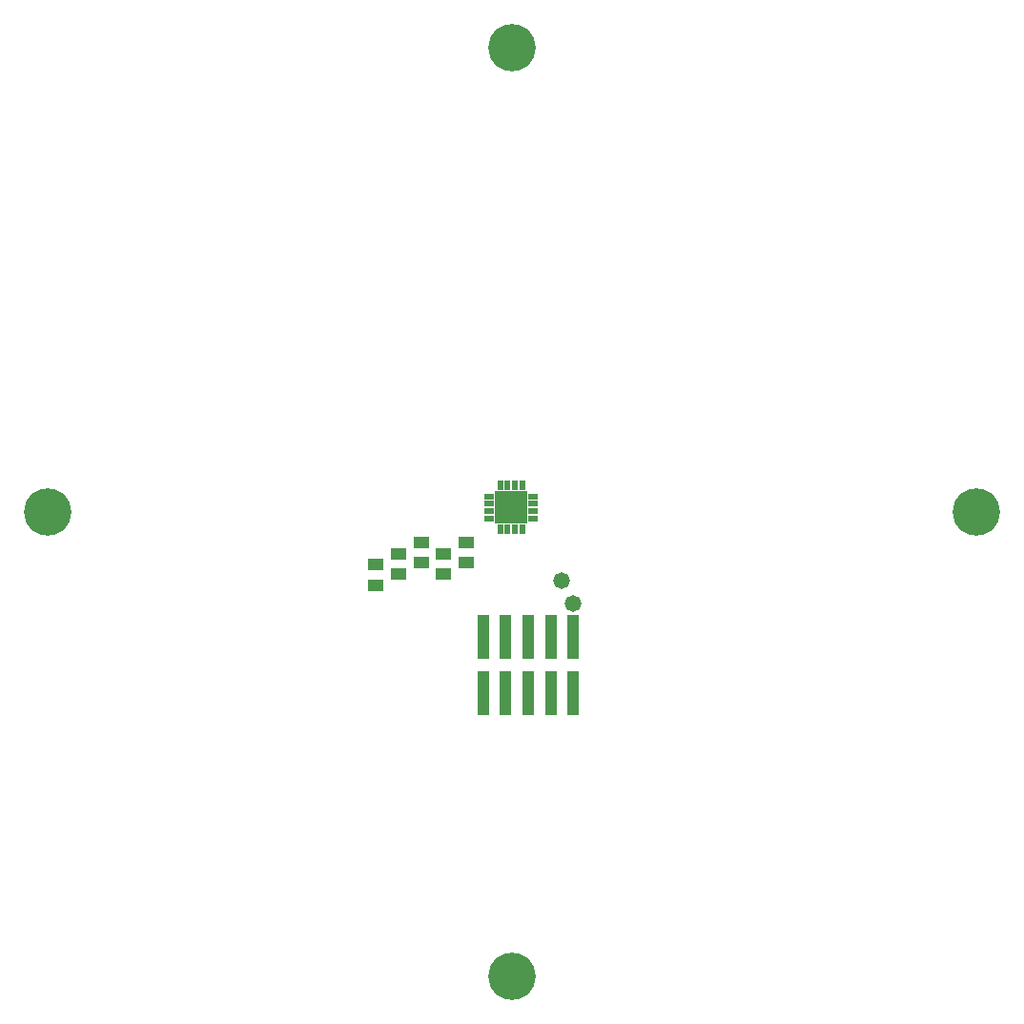
<source format=gbs>
%FSLAX44Y44*%
%MOMM*%
G71*
G01*
G75*
G04 Layer_Color=16711935*
%ADD10R,2.5000X6.0000*%
%ADD11R,6.9850X4.0000*%
%ADD12R,6.0000X2.5000*%
%ADD13R,4.0000X6.9850*%
%ADD14C,1.0000*%
%ADD15C,0.2540*%
%ADD16C,4.0000*%
%ADD17C,1.2700*%
%ADD18R,1.2192X0.8128*%
%ADD19R,1.0200X3.8000*%
%ADD20R,0.3556X0.7620*%
%ADD21R,0.7620X0.3556*%
%ADD22R,2.7940X2.7940*%
%ADD23R,2.7032X6.2032*%
%ADD24R,7.1882X4.2032*%
%ADD25R,6.2032X2.7032*%
%ADD26R,4.2032X7.1882*%
%ADD27C,4.2032*%
%ADD28C,1.4732*%
%ADD29R,1.4224X1.0160*%
%ADD30R,1.1200X3.9000*%
%ADD31R,0.5588X0.9652*%
%ADD32R,0.9652X0.5588*%
%ADD33R,2.9972X2.9972*%
D27*
X58710Y470880D02*
D03*
X470709Y882880D02*
D03*
X882710Y470880D02*
D03*
X470709Y58880D02*
D03*
D28*
X525000Y390000D02*
D03*
X515000Y410000D02*
D03*
D29*
X350000Y424000D02*
D03*
Y405856D02*
D03*
X370000Y434000D02*
D03*
Y415856D02*
D03*
X390000Y444000D02*
D03*
Y425856D02*
D03*
X410000Y434000D02*
D03*
Y415856D02*
D03*
X430000Y444000D02*
D03*
Y425856D02*
D03*
D30*
X445000Y360350D02*
D03*
Y309650D02*
D03*
X465000Y360350D02*
D03*
Y309650D02*
D03*
X485000Y360350D02*
D03*
Y309650D02*
D03*
X505000Y360350D02*
D03*
Y309650D02*
D03*
X525000Y360350D02*
D03*
Y309650D02*
D03*
D31*
X479750Y455315D02*
D03*
X473250D02*
D03*
X466750D02*
D03*
X460250D02*
D03*
Y494685D02*
D03*
X466750D02*
D03*
X473250D02*
D03*
X479750D02*
D03*
D32*
X450315Y465250D02*
D03*
Y471750D02*
D03*
Y478250D02*
D03*
Y484750D02*
D03*
X489685D02*
D03*
Y478250D02*
D03*
Y471750D02*
D03*
Y465250D02*
D03*
D33*
X470000Y475000D02*
D03*
M02*

</source>
